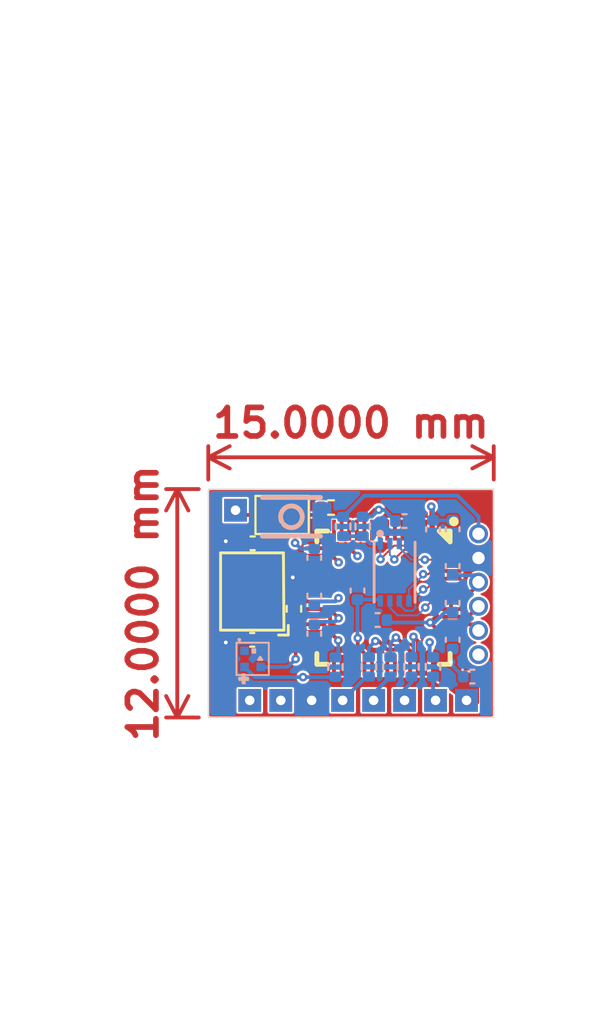
<source format=kicad_pcb>
(kicad_pcb (version 20221018) (generator pcbnew)
  (layers (0 "F.Cu" signal) (1 "In1.Cu" signal "GND.Cu") (2 "In2.Cu" signal "VCC.Cu") (31 "B.Cu" signal) (34 "B.Paste" user) (35 "F.Paste" user) (36 "B.SilkS" user "B.Silkscreen") (37 "F.SilkS" user "F.Silkscreen") (38 "B.Mask" user) (39 "F.Mask" user) (44 "Edge.Cuts" user))
  (net 0 "")
  (net 1 "GND")
  (net 2 "+3V3")
  (net 3 "BOOT")
  (net 4 "RST")
  (net 5 "+1V1")
  (net 6 "D-")
  (net 7 "D+")
  (net 8 "XIN")
  (net 9 "Net-(X1-OSC1)")
  (net 12 "XOUT")
  (net 13 "QSPI_CS")
  (net 22 "LED_DATA")
  (net 25 "QSPI_SD3")
  (net 26 "QSPI_SCK")
  (net 27 "QSPI_SD0")
  (net 28 "QSPI_SD2")
  (net 29 "QSPI_SD1")
  (net 30 "NS_RST")
  (net 31 "NS_CLK")
  (net 32 "NS_CMD")
  (net 33 "NS_D0")
  (net 34 "DBG_CLK")
  (net 35 "DBG_DAT")
  (net 36 "Net-(U1-GPIO26_ADC0)")
  (net 37 "Net-(U1-GPIO27_ADC1)")
  (net 38 "Net-(U1-GPIO28_ADC2)")
  (net 39 "Net-(U1-GPIO29_ADC3)")
  (net 40 "NS_CPU")
  (net 41 "NS_SDA")
  (net 42 "NS_SCL")
  (net 51 "Net-(JP1-B)")
  (footprint "kicad_lceda:TH_Pads_1x1_P1.20mml" (layer "F.Cu") (at 75.2575 60.71)
    (fp_text reference "J7" hide)
    (fp_text value "Conn_01x01")
    (pad "1" thru_hole rect (at 0 0) (size 1.2 1.2) (drill 0.5) (layers "*.Cu" "*.Mask") (net 42 "NS_SCL") (clearance 0.1))
  )
  (footprint "Capacitor_SMD:C_0402_1005Metric" (layer "F.Cu") (at 75.41 52.46)
    (fp_text reference "C3" hide)
    (fp_text value "27pF,50V,C0G ")
    (fp_line (start -0.107836 -0.36) (end 0.107836 -0.36) (stroke (width 0.12)) (layer "F.SilkS"))
    (fp_line (start -0.107836 0.36) (end 0.107836 0.36) (stroke (width 0.12)) (layer "F.SilkS"))
    (pad "1" smd roundrect (at -0.48 0) (size 0.56 0.62) (layers "F.Cu" "F.Paste" "F.Mask") (net 8 "XIN"))
    (pad "2" smd roundrect (at 0.48 0) (size 0.56 0.62) (layers "F.Cu" "F.Paste" "F.Mask") (net 1 "GND"))
  )
  (footprint "kicad_lceda:LQFN-56_L7.0-W7.0-P0.4-EP" (layer "F.Cu") (at 82.285 55.315 -90)
    (fp_text reference "U1" hide)
    (fp_text value "RP2040")
    (fp_line (start -3.5 -3.5) (end -2.931 -3.5) (stroke (width 0.254)) (layer "F.SilkS"))
    (fp_line (start -3.5 -2.931) (end -3.5 -3.5) (stroke (width 0.254)) (layer "F.SilkS"))
    (fp_line (start -3.5 -2.931) (end -2.931 -3.5) (stroke (width 0.254)) (layer "F.SilkS"))
    (fp_line (start -3.5 3.5) (end -3.5 2.931) (stroke (width 0.254)) (layer "F.SilkS"))
    (fp_line (start -3.4 3.5) (end -3.5 3.5) (stroke (width 0.254)) (layer "F.SilkS"))
    (fp_line (start -3.241 -3.5) (end -3.241 -3.403) (stroke (width 0.254)) (layer "F.SilkS"))
    (fp_line (start -3.241 -3.403) (end -3.5 -3.144) (stroke (width 0.254)) (layer "F.SilkS"))
    (fp_line (start -2.931 3.5) (end -3.4 3.5) (stroke (width 0.254)) (layer "F.SilkS"))
    (fp_line (start 2.931 -3.5) (end 3.5 -3.5) (stroke (width 0.254)) (layer "F.SilkS"))
    (fp_line (start 3.5 -3.5) (end 3.5 -2.931) (stroke (width 0.254)) (layer "F.SilkS"))
    (fp_line (start 3.5 2.931) (end 3.5 3.5) (stroke (width 0.254)) (layer "F.SilkS"))
    (fp_line (start 3.5 3.5) (end 2.931 3.5) (stroke (width 0.254)) (layer "F.SilkS"))
    (fp_circle (center -4 -3.7) (end -3.873 -3.7) (stroke (width 0.254)) (fill none) (layer "F.SilkS"))
    (pad "1" smd rect (at -3.55 -2.6 270) (size 1.1 0.2) (layers "F.Cu" "F.Paste" "F.Mask") (net 2 "+3V3"))
    (pad "2" smd rect (at -3.55 -2.2 270) (size 1.1 0.2) (layers "F.Cu" "F.Paste" "F.Mask"))
    (pad "3" smd rect (at -3.55 -1.8 270) (size 1.1 0.2) (layers "F.Cu" "F.Paste" "F.Mask"))
    (pad "4" smd rect (at -3.55 -1.4 270) (size 1.1 0.2) (layers "F.Cu" "F.Paste" "F.Mask"))
    (pad "5" smd rect (at -3.55 -1 270) (size 1.1 0.2) (layers "F.Cu" "F.Paste" "F.Mask"))
    (pad "6" smd rect (at -3.55 -0.6 270) (size 1.1 0.2) (layers "F.Cu" "F.Paste" "F.Mask"))
    (pad "7" smd rect (at -3.55 -0.2 270) (size 1.1 0.2) (layers "F.Cu" "F.Paste" "F.Mask"))
    (pad "8" smd rect (at -3.55 0.2 270) (size 1.1 0.2) (layers "F.Cu" "F.Paste" "F.Mask"))
    (pad "9" smd rect (at -3.55 0.6 270) (size 1.1 0.2) (layers "F.Cu" "F.Paste" "F.Mask"))
    (pad "10" smd rect (at -3.55 1 270) (size 1.1 0.2) (layers "F.Cu" "F.Paste" "F.Mask") (net 2 "+3V3"))
    (pad "11" smd rect (at -3.55 1.4 270) (size 1.1 0.2) (layers "F.Cu" "F.Paste" "F.Mask"))
    (pad "12" smd rect (at -3.55 1.8 270) (size 1.1 0.2) (layers "F.Cu" "F.Paste" "F.Mask"))
    (pad "13" smd rect (at -3.55 2.2 270) (size 1.1 0.2) (layers "F.Cu" "F.Paste" "F.Mask"))
    (pad "14" smd rect (at -3.55 2.6 270) (size 1.1 0.2) (layers "F.Cu" "F.Paste" "F.Mask"))
    (pad "15" smd rect (at -2.6 3.55) (size 1.1 0.2) (layers "F.Cu" "F.Paste" "F.Mask") (net 41 "NS_SDA"))
    (pad "16" smd rect (at -2.2 3.55) (size 1.1 0.2) (layers "F.Cu" "F.Paste" "F.Mask") (net 42 "NS_SCL"))
    (pad "17" smd rect (at -1.8 3.55) (size 1.1 0.2) (layers "F.Cu" "F.Paste" "F.Mask"))
    (pad "18" smd rect (at -1.4 3.55) (size 1.1 0.2) (layers "F.Cu" "F.Paste" "F.Mask") (net 40 "NS_CPU"))
    (pad "19" smd rect (at -1 3.55) (size 1.1 0.2) (layers "F.Cu" "F.Paste" "F.Mask") (net 1 "GND"))
    (pad "20" smd rect (at -0.6 3.55) (size 1.1 0.2) (layers "F.Cu" "F.Paste" "F.Mask") (net 8 "XIN"))
    (pad "21" smd rect (at -0.2 3.55) (size 1.1 0.2) (layers "F.Cu" "F.Paste" "F.Mask") (net 12 "XOUT"))
    (pad "22" smd rect (at 0.2 3.55) (size 1.1 0.2) (layers "F.Cu" "F.Paste" "F.Mask") (net 2 "+3V3"))
    (pad "23" smd rect (at 0.6 3.55) (size 1.1 0.2) (layers "F.Cu" "F.Paste" "F.Mask") (net 5 "+1V1"))
    (pad "24" smd rect (at 1 3.55) (size 1.1 0.2) (layers "F.Cu" "F.Paste" "F.Mask") (net 34 "DBG_CLK"))
    (pad "25" smd rect (at 1.4 3.55) (size 1.1 0.2) (layers "F.Cu" "F.Paste" "F.Mask") (net 35 "DBG_DAT"))
    (pad "26" smd rect (at 1.8 3.55) (size 1.1 0.2) (layers "F.Cu" "F.Paste" "F.Mask") (net 4 "RST"))
    (pad "27" smd rect (at 2.2 3.55) (size 1.1 0.2) (layers "F.Cu" "F.Paste" "F.Mask") (net 22 "LED_DATA"))
    (pad "28" smd rect (at 2.6 3.55) (size 1.1 0.2) (layers "F.Cu" "F.Paste" "F.Mask"))
    (pad "29" smd rect (at 3.55 2.6 90) (size 1.1 0.2) (layers "F.Cu" "F.Paste" "F.Mask"))
    (pad "30" smd rect (at 3.55 2.2 90) (size 1.1 0.2) (layers "F.Cu" "F.Paste" "F.Mask"))
    (pad "31" smd rect (at 3.55 1.8 90) (size 1.1 0.2) (layers "F.Cu" "F.Paste" "F.Mask"))
    (pad "32" smd rect (at 3.55 1.4 90) (size 1.1 0.2) (layers "F.Cu" "F.Paste" "F.Mask"))
    (pad "33" smd rect (at 3.55 1 90) (size 1.1 0.2) (layers "F.Cu" "F.Paste" "F.Mask") (net 2 "+3V3"))
    (pad "34" smd rect (at 3.55 0.6 90) (size 1.1 0.2) (layers "F.Cu" "F.Paste" "F.Mask"))
    (pad "35" smd rect (at 3.55 0.2 90) (size 1.1 0.2) (layers "F.Cu" "F.Paste" "F.Mask"))
    (pad "36" smd rect (at 3.55 -0.2 90) (size 1.1 0.2) (layers "F.Cu" "F.Paste" "F.Mask"))
    (pad "37" smd rect (at 3.55 -0.6 90) (size 1.1 0.2) (layers "F.Cu" "F.Paste" "F.Mask"))
    (pad "38" smd rect (at 3.55 -1 90) (size 1.1 0.2) (layers "F.Cu" "F.Paste" "F.Mask") (net 36 "Net-(U1-GPIO26_ADC0)"))
    (pad "39" smd rect (at 3.55 -1.4 90) (size 1.1 0.2) (layers "F.Cu" "F.Paste" "F.Mask") (net 37 "Net-(U1-GPIO27_ADC1)"))
    (pad "40" smd rect (at 3.55 -1.8 90) (size 1.1 0.2) (layers "F.Cu" "F.Paste" "F.Mask") (net 38 "Net-(U1-GPIO28_ADC2)"))
    (pad "41" smd rect (at 3.55 -2.2 90) (size 1.1 0.2) (layers "F.Cu" "F.Paste" "F.Mask") (net 39 "Net-(U1-GPIO29_ADC3)"))
    (pad "42" smd rect (at 3.55 -2.6 90) (size 1.1 0.2) (layers "F.Cu" "F.Paste" "F.Mask") (net 2 "+3V3"))
    (pad "43" smd rect (at 2.6 -3.55 180) (size 1.1 0.2) (layers "F.Cu" "F.Paste" "F.Mask") (net 2 "+3V3"))
    (pad "44" smd rect (at 2.2 -3.55 180) (size 1.1 0.2) (layers "F.Cu" "F.Paste" "F.Mask") (net 2 "+3V3"))
    (pad "45" smd rect (at 1.8 -3.55 180) (size 1.1 0.2) (layers "F.Cu" "F.Paste" "F.Mask") (net 5 "+1V1"))
    (pad "46" smd rect (at 1.4 -3.55 180) (size 1.1 0.2) (layers "F.Cu" "F.Paste" "F.Mask") (net 6 "D-"))
    (pad "47" smd rect (at 1 -3.55 180) (size 1.1 0.2) (layers "F.Cu" "F.Paste" "F.Mask") (net 7 "D+"))
    (pad "48" smd rect (at 0.6 -3.55 180) (size 1.1 0.2) (layers "F.Cu" "F.Paste" "F.Mask") (net 2 "+3V3"))
    (pad "49" smd rect (at 0.2 -3.55 180) (size 1.1 0.2) (layers "F.Cu" "F.Paste" "F.Mask") (net 2 "+3V3"))
    (pad "50" smd rect (at -0.2 -3.55 180) (size 1.1 0.2) (layers "F.Cu" "F.Paste" "F.Mask") (net 5 "+1V1"))
    (pad "51" smd rect (at -0.6 -3.55 180) (size 1.1 0.2) (layers "F.Cu" "F.Paste" "F.Mask") (net 25 "QSPI_SD3"))
    (pad "52" smd rect (at -1 -3.55 180) (size 1.1 0.2) (layers "F.Cu" "F.Paste" "F.Mask") (net 26 "QSPI_SCK"))
    (pad "53" smd rect (at -1.4 -3.55 180) (size 1.1 0.2) (layers "F.Cu" "F.Paste" "F.Mask") (net 27 "QSPI_SD0"))
    (pad "54" smd rect (at -1.8 -3.55 180) (size 1.1 0.2) (layers "F.Cu" "F.Paste" "F.Mask") (net 28 "QSPI_SD2"))
    (pad "55" smd rect (at -2.2 -3.55 180) (size 1.1 0.2) (layers "F.Cu" "F.Paste" "F.Mask") (net 29 "QSPI_SD1"))
    (pad "56" smd rect (at -2.6 -3.55 180) (size 1.1 0.2) (layers "F.Cu" "F.Paste" "F.Mask") (net 13 "QSPI_CS"))
    (pad "57" smd rect (at 0 0 270) (size 3.1 3.1) (layers "F.Cu" "F.Paste" "F.Mask") (net 1 "GND"))
  )
  (footprint "kicad_lceda:ProgPins_1x06_P1.27mm" (layer "F.Cu") (at 87.28 58.31 180)
    (fp_text reference "J8" hide)
    (fp_text value "Conn_01x06")
    (pad "1" thru_hole oval (at 0 0 180) (size 1 1) (drill 0.65) (layers "*.Cu" "*.Mask") (net 4 "RST"))
    (pad "2" thru_hole oval (at 0 1.27 180) (size 1 1) (drill 0.65) (layers "*.Cu" "*.Mask") (net 6 "D-"))
    (pad "3" thru_hole oval (at 0 2.54 180) (size 1 1) (drill 0.65) (layers "*.Cu" "*.Mask") (net 7 "D+"))
    (pad "4" thru_hole oval (at 0 3.81 180) (size 1 1) (drill 0.65) (layers "*.Cu" "*.Mask") (net 2 "+3V3"))
    (pad "5" thru_hole oval (at 0 5.08 180) (size 1 1) (drill 0.65) (layers "*.Cu" "*.Mask") (net 1 "GND"))
    (pad "6" thru_hole oval (at 0 6.35 180) (size 1 1) (drill 0.65) (layers "*.Cu" "*.Mask") (net 3 "BOOT"))
  )
  (footprint "kicad_lceda:TH_Pads_1x1_P1.20mml" (layer "F.Cu") (at 74.51 50.72 90)
    (fp_text reference "J1" hide)
    (fp_text value "Conn_01x01")
    (pad "1" thru_hole rect (at 0 0 90) (size 1.2 1.2) (drill 0.5) (layers "*.Cu" "*.Mask") (net 40 "NS_CPU") (clearance 0.1))
  )
  (footprint "kicad_lceda:TH_Pads_1x1_P1.20mml" (layer "F.Cu") (at 83.395 60.71 90)
    (fp_text reference "J4" hide)
    (fp_text value "Conn_01x01")
    (pad "1" thru_hole rect locked (at 0 0 90) (size 1.2 1.2) (drill 0.5) (layers "*.Cu" "*.Mask") (net 32 "NS_CMD") (clearance 0.1))
  )
  (footprint "Resistor_SMD:R_0402_1005Metric" (layer "F.Cu") (at 79.53 50.58)
    (fp_text reference "R12" hide)
    (fp_text value "10k")
    (fp_line (start -0.153641 -0.38) (end 0.153641 -0.38) (stroke (width 0.12)) (layer "F.SilkS"))
    (fp_line (start -0.153641 0.38) (end 0.153641 0.38) (stroke (width 0.12)) (layer "F.SilkS"))
    (pad "1" smd roundrect (at -0.51 0) (size 0.54 0.64) (layers "F.Cu" "F.Paste" "F.Mask") (net 51 "Net-(JP1-B)"))
    (pad "2" smd roundrect (at 0.51 0) (size 0.54 0.64) (layers "F.Cu" "F.Paste" "F.Mask") (net 1 "GND"))
  )
  (footprint "kicad_lceda:TH_Pads_1x1_P1.20mml" (layer "F.Cu") (at 80.14 60.71 90)
    (fp_text reference "J2" hide)
    (fp_text value "Conn_01x01")
    (pad "1" thru_hole rect (at 0 0 90) (size 1.2 1.2) (drill 0.5) (layers "*.Cu" "*.Mask") (net 30 "NS_RST") (clearance 0.1))
  )
  (footprint "kicad_lceda:TH_Pads_1x1_P1.20mml" (layer "F.Cu") (at 76.89 60.71 -90)
    (fp_text reference "J6" hide)
    (fp_text value "Conn_01x01")
    (pad "1" thru_hole rect (at 0 0 270) (size 1.2 1.2) (drill 0.5) (layers "*.Cu" "*.Mask") (net 41 "NS_SDA") (clearance 0.1))
  )
  (footprint "kicad_lceda:TH_Pads_1x1_P1.20mml" (layer "F.Cu") (at 85.0225 60.71)
    (fp_text reference "J5" hide)
    (fp_text value "Conn_01x01")
    (pad "1" thru_hole rect (at 0 0) (size 1.2 1.2) (drill 0.5) (layers "*.Cu" "*.Mask") (net 33 "NS_D0") (clearance 0.1))
  )
  (footprint "kicad_lceda:TH_Pads_1x1_P1.20mml" (layer "F.Cu") (at 78.5125 60.71)
    (fp_text reference "J9" hide)
    (fp_text value "Conn_01x01")
    (pad "1" thru_hole rect (at 0 0) (size 1.2 1.2) (drill 0.5) (layers "*.Cu" "*.Mask") (net 1 "GND") (clearance 0.1))
  )
  (footprint "kicad_lceda:TH_Pads_1x1_P1.20mml" (layer "F.Cu") (at 81.7675 60.71 90)
    (fp_text reference "J3" hide)
    (fp_text value "Conn_01x01")
    (pad "1" thru_hole rect locked (at 0 0 90) (size 1.2 1.2) (drill 0.5) (layers "*.Cu" "*.Mask") (net 31 "NS_CLK") (clearance 0.1))
  )
  (footprint "kicad_lceda:TH_Pads_1x1_P1.20mml" (layer "F.Cu") (at 86.65 60.71)
    (fp_text reference "J10" hide)
    (fp_text value "Conn_01x01")
    (pad "1" thru_hole rect (at 0 0) (size 1.2 1.2) (drill 0.5) (layers "*.Cu" "*.Mask") (net 2 "+3V3") (clearance 0.1))
  )
  (footprint "Resistor_SMD:R_0402_1005Metric" (layer "F.Cu") (at 77.58 55.9 90)
    (fp_text reference "R1" hide)
    (fp_text value "1k")
    (fp_line (start -0.153641 -0.38) (end 0.153641 -0.38) (stroke (width 0.12)) (layer "F.SilkS"))
    (fp_line (start -0.153641 0.38) (end 0.153641 0.38) (stroke (width 0.12)) (layer "F.SilkS"))
    (pad "1" smd roundrect (at -0.51 0 90) (size 0.54 0.64) (layers "F.Cu" "F.Paste" "F.Mask") (net 9 "Net-(X1-OSC1)"))
    (pad "2" smd roundrect (at 0.51 0 90) (size 0.54 0.64) (layers "F.Cu" "F.Paste" "F.Mask") (net 12 "XOUT"))
  )
  (footprint "kicad_lceda:OSC-SMD_4P-L3.2-W2.5-BL" (layer "F.Cu") (at 75.377 54.993 90)
    (fp_text reference "X1" hide)
    (fp_text value "SMD-3225_4P_12.000MHZ_9PF")
    (fp_line (start -2.286 1.397) (end -2.286 1.905) (stroke (width 0.152)) (layer "F.SilkS"))
    (fp_line (start -2.286 1.905) (end -1.778 1.905) (stroke (width 0.152)) (layer "F.SilkS"))
    (fp_line (start -2.029 -1.651) (end 2.032 -1.651) (stroke (width 0.152)) (layer "F.SilkS"))
    (fp_line (start -2.029 1.679) (end -2.029 -1.651) (stroke (width 0.152)) (layer "F.SilkS"))
    (fp_line (start 2.032 -1.651) (end 2.032 0) (stroke (width 0.152)) (layer "F.SilkS"))
    (fp_line (start 2.032 0) (end 2.032 1.651) (stroke (width 0.152)) (layer "F.SilkS"))
    (fp_line (start 2.032 1.651) (end -2.029 1.679) (stroke (width 0.152)) (layer "F.SilkS"))
    (fp_line (start 2.032 1.651) (end 2.032 1.651) (stroke (width 0.152)) (layer "F.SilkS"))
    (pad "1" smd rect (at -1.1 0.875 90) (size 1.4 1.2) (layers "F.Cu" "F.Paste" "F.Mask") (net 9 "Net-(X1-OSC1)"))
    (pad "2" smd rect (at 1.1 0.875 90) (size 1.4 1.2) (layers "F.Cu" "F.Paste" "F.Mask") (net 1 "GND"))
    (pad "3" smd rect (at 1.1 -0.875 90) (size 1.4 1.2) (layers "F.Cu" "F.Paste" "F.Mask") (net 8 "XIN"))
    (pad "4" smd rect (at -1.1 -0.875 90) (size 1.4 1.2) (layers "F.Cu" "F.Paste" "F.Mask") (net 1 "GND"))
  )
  (footprint "kicad_lceda:SolderJumper-2_P1.3mm_Open_TrianglePad1.0x1.5mm_Sm" (layer "F.Cu") (at 76.96 50.97)
    (fp_text reference "JP1" hide)
    (fp_text value "Jumper_2_Open")
    (fp_line (start -1.4 -1) (end 1.4 -1) (stroke (width 0.12)) (layer "F.SilkS"))
    (fp_line (start -1.4 1) (end -1.4 -1) (stroke (width 0.12)) (layer "F.SilkS"))
    (fp_line (start 1.4 -1) (end 1.4 1) (stroke (width 0.12)) (layer "F.SilkS"))
    (fp_line (start 1.4 1) (end -1.4 1) (stroke (width 0.12)) (layer "F.SilkS"))
    (pad "1" smd custom (at -0.725 0) (size 0.3 0.3) (layers "F.Cu" "F.Mask") (net 40 "NS_CPU") (options (clearance outline) (anchor rect)) (primitives (gr_poly (pts (xy 1 0) (xy 0.5 0.75) (xy -0.5 0.75) (xy -0.5 -0.75) (xy 0.5 -0.75)) (width 0) (fill yes))))
    (pad "2" smd custom (at 0.725 0) (size 0.3 0.3) (layers "F.Cu" "F.Mask") (net 51 "Net-(JP1-B)") (options (clearance outline) (anchor rect)) (primitives (gr_poly (pts (xy 0.5 0.75) (xy -0.65 0.75) (xy -0.15 0) (xy -0.65 -0.75) (xy 0.5 -0.75)) (width 0) (fill yes))))
  )
  (footprint "Capacitor_SMD:C_0402_1005Metric" (layer "F.Cu") (at 75.39 57.53)
    (fp_text reference "C1" hide)
    (fp_text value "27pF,50V,C0G ")
    (fp_line (start -0.107836 -0.36) (end 0.107836 -0.36) (stroke (width 0.12)) (layer "F.SilkS"))
    (fp_line (start -0.107836 0.36) (end 0.107836 0.36) (stroke (width 0.12)) (layer "F.SilkS"))
    (pad "1" smd roundrect (at -0.48 0) (size 0.56 0.62) (layers "F.Cu" "F.Paste" "F.Mask") (net 1 "GND"))
    (pad "2" smd roundrect (at 0.48 0) (size 0.56 0.62) (layers "F.Cu" "F.Paste" "F.Mask") (net 9 "Net-(X1-OSC1)"))
  )
  (footprint "Resistor_SMD:R_0402_1005Metric" (layer "B.Cu") (at 82.65 58.95 -90)
    (fp_text reference "R9" hide)
    (fp_text value "47")
    (fp_line (start -0.153641 -0.38) (end 0.153641 -0.38) (stroke (width 0.12)) (layer "B.SilkS"))
    (fp_line (start -0.153641 0.38) (end 0.153641 0.38) (stroke (width 0.12)) (layer "B.SilkS"))
    (pad "1" smd roundrect (at -0.51 0 270) (size 0.54 0.64) (layers "B.Cu" "B.Paste" "B.Mask") (net 37 "Net-(U1-GPIO27_ADC1)"))
    (pad "2" smd roundrect (at 0.51 0 270) (size 0.54 0.64) (layers "B.Cu" "B.Paste" "B.Mask") (net 31 "NS_CLK"))
  )
  (footprint "kicad_lceda:USON-8_L3.0-W2.0-P0.50-BL-EP" (layer "B.Cu") (at 82.87 53.978)
    (fp_text reference "U2" hide)
    (fp_text value "W25Q16JVUXIQ")
    (fp_line (start -1.076 1.576) (end -1.076 -1.576) (stroke (width 0.152)) (layer "B.SilkS"))
    (fp_line (start 1.076 -1.576) (end 1.076 1.576) (stroke (width 0.152)) (layer "B.SilkS"))
    (fp_circle (center -0.762 -2.032) (end -0.662 -2.032) (stroke (width 0.2)) (fill none) (layer "B.SilkS"))
    (pad "1" smd rect (at -0.75 -1.507 90) (size 0.6 0.28) (layers "B.Cu" "B.Paste" "B.Mask") (net 13 "QSPI_CS"))
    (pad "2" smd rect (at -0.25 -1.507 90) (size 0.6 0.28) (layers "B.Cu" "B.Paste" "B.Mask") (net 29 "QSPI_SD1"))
    (pad "3" smd rect (at 0.25 -1.507 90) (size 0.6 0.28) (layers "B.Cu" "B.Paste" "B.Mask") (net 28 "QSPI_SD2"))
    (pad "4" smd rect (at 0.75 -1.507 90) (size 0.6 0.28) (layers "B.Cu" "B.Paste" "B.Mask") (net 1 "GND"))
    (pad "5" smd rect (at 0.75 1.507 90) (size 0.6 0.28) (layers "B.Cu" "B.Paste" "B.Mask") (net 27 "QSPI_SD0"))
    (pad "6" smd rect (at 0.25 1.507 90) (size 0.6 0.28) (layers "B.Cu" "B.Paste" "B.Mask") (net 26 "QSPI_SCK"))
    (pad "7" smd rect (at -0.25 1.507 90) (size 0.6 0.28) (layers "B.Cu" "B.Paste" "B.Mask") (net 25 "QSPI_SD3"))
    (pad "8" smd rect (at -0.75 1.507 90) (size 0.6 0.28) (layers "B.Cu" "B.Paste" "B.Mask") (net 2 "+3V3"))
    (pad "9" smd rect (at 0 0 270) (size 0.3 1.7) (layers "B.Cu" "B.Paste" "B.Mask") (net 1 "GND"))
  )
  (footprint "Capacitor_SMD:C_0402_1005Metric" (layer "B.Cu") (at 83.39 51.29)
    (fp_text reference "C12" hide)
    (fp_text value "100nF,16V,X7R ")
    (fp_line (start -0.107836 -0.36) (end 0.107836 -0.36) (stroke (width 0.12)) (layer "B.SilkS"))
    (fp_line (start -0.107836 0.36) (end 0.107836 0.36) (stroke (width 0.12)) (layer "B.SilkS"))
    (pad "1" smd roundrect (at -0.48 0) (size 0.56 0.62) (layers "B.Cu" "B.Paste" "B.Mask") (net 2 "+3V3"))
    (pad "2" smd roundrect (at 0.48 0) (size 0.56 0.62) (layers "B.Cu" "B.Paste" "B.Mask") (net 1 "GND"))
  )
  (footprint "Capacitor_SMD:C_0402_1005Metric" (layer "B.Cu") (at 85.92 55.59 90)
    (fp_text reference "C5" hide)
    (fp_text value "1uF,25V,X5R ")
    (fp_line (start -0.107836 -0.36) (end 0.107836 -0.36) (stroke (width 0.12)) (layer "B.SilkS"))
    (fp_line (start -0.107836 0.36) (end 0.107836 0.36) (stroke (width 0.12)) (layer "B.SilkS"))
    (pad "1" smd roundrect (at -0.48 0 90) (size 0.56 0.62) (layers "B.Cu" "B.Paste" "B.Mask") (net 5 "+1V1"))
    (pad "2" smd roundrect (at 0.48 0 90) (size 0.56 0.62) (layers "B.Cu" "B.Paste" "B.Mask") (net 1 "GND"))
  )
  (footprint "Resistor_SMD:R_0402_1005Metric" (layer "B.Cu") (at 79.76 58.96 90)
    (fp_text reference "R2" hide)
    (fp_text value "10k")
    (fp_line (start -0.153641 -0.38) (end 0.153641 -0.38) (stroke (width 0.12)) (layer "B.SilkS"))
    (fp_line (start -0.153641 0.38) (end 0.153641 0.38) (stroke (width 0.12)) (layer "B.SilkS"))
    (pad "1" smd roundrect (at -0.51 0 90) (size 0.54 0.64) (layers "B.Cu" "B.Paste" "B.Mask") (net 2 "+3V3"))
    (pad "2" smd roundrect (at 0.51 0 90) (size 0.54 0.64) (layers "B.Cu" "B.Paste" "B.Mask") (net 4 "RST"))
  )
  (footprint "Capacitor_SMD:C_0402_1005Metric" (layer "B.Cu") (at 78.65 55.215 90)
    (fp_text reference "C7" hide)
    (fp_text value "100nF,16V,X7R ")
    (fp_line (start -0.107836 -0.36) (end 0.107836 -0.36) (stroke (width 0.12)) (layer "B.SilkS"))
    (fp_line (start -0.107836 0.36) (end 0.107836 0.36) (stroke (width 0.12)) (layer "B.SilkS"))
    (pad "1" smd roundrect (at -0.48 0 90) (size 0.56 0.62) (layers "B.Cu" "B.Paste" "B.Mask") (net 2 "+3V3"))
    (pad "2" smd roundrect (at 0.48 0 90) (size 0.56 0.62) (layers "B.Cu" "B.Paste" "B.Mask") (net 1 "GND"))
  )
  (footprint "Capacitor_SMD:C_0402_1005Metric" (layer "B.Cu") (at 80.92 54.94 90)
    (fp_text reference "C14" hide)
    (fp_text value "100nF,16V,X7R ")
    (fp_line (start -0.107836 -0.36) (end 0.107836 -0.36) (stroke (width 0.12)) (layer "B.SilkS"))
    (fp_line (start -0.107836 0.36) (end 0.107836 0.36) (stroke (width 0.12)) (layer "B.SilkS"))
    (pad "1" smd roundrect (at -0.48 0 90) (size 0.56 0.62) (layers "B.Cu" "B.Paste" "B.Mask") (net 2 "+3V3"))
    (pad "2" smd roundrect (at 0.48 0 90) (size 0.56 0.62) (layers "B.Cu" "B.Paste" "B.Mask") (net 1 "GND"))
  )
  (footprint "Capacitor_SMD:C_0402_1005Metric" (layer "B.Cu") (at 81.98 56.49 180)
    (fp_text reference "C2" hide)
    (fp_text value "100nF,16V,X7R ")
    (fp_line (start -0.107836 -0.36) (end 0.107836 -0.36) (stroke (width 0.12)) (layer "B.SilkS"))
    (fp_line (start -0.107836 0.36) (end 0.107836 0.36) (stroke (width 0.12)) (layer "B.SilkS"))
    (pad "1" smd roundrect (at -0.48 0 180) (size 0.56 0.62) (layers "B.Cu" "B.Paste" "B.Mask") (net 5 "+1V1"))
    (pad "2" smd roundrect (at 0.48 0 180) (size 0.56 0.62) (layers "B.Cu" "B.Paste" "B.Mask") (net 1 "GND"))
  )
  (footprint "Resistor_SMD:R_0402_1005Metric" (layer "B.Cu") (at 81.52 58.95 -90)
    (fp_text reference "R8" hide)
    (fp_text value "47")
    (fp_line (start -0.153641 -0.38) (end 0.153641 -0.38) (stroke (width 0.12)) (layer "B.SilkS"))
    (fp_line (start -0.153641 0.38) (end 0.153641 0.38) (stroke (width 0.12)) (layer "B.SilkS"))
    (pad "1" smd roundrect (at -0.51 0 270) (size 0.54 0.64) (layers "B.Cu" "B.Paste" "B.Mask") (net 36 "Net-(U1-GPIO26_ADC0)"))
    (pad "2" smd roundrect (at 0.51 0 270) (size 0.54 0.64) (layers "B.Cu" "B.Paste" "B.Mask") (net 30 "NS_RST"))
  )
  (footprint "Capacitor_SMD:C_0402_1005Metric" (layer "B.Cu") (at 78.65 57.21 -90)
    (fp_text reference "C4" hide)
    (fp_text value "100nF,16V,X7R ")
    (fp_line (start -0.107836 -0.36) (end 0.107836 -0.36) (stroke (width 0.12)) (layer "B.SilkS"))
    (fp_line (start -0.107836 0.36) (end 0.107836 0.36) (stroke (width 0.12)) (layer "B.SilkS"))
    (pad "1" smd roundrect (at -0.48 0 270) (size 0.56 0.62) (layers "B.Cu" "B.Paste" "B.Mask") (net 5 "+1V1"))
    (pad "2" smd roundrect (at 0.48 0 270) (size 0.56 0.62) (layers "B.Cu" "B.Paste" "B.Mask") (net 1 "GND"))
  )
  (footprint "Resistor_SMD:R_0402_1005Metric" (layer "B.Cu") (at 84.89 58.95 -90)
    (fp_text reference "R11" hide)
    (fp_text value "47")
    (fp_line (start -0.153641 -0.38) (end 0.153641 -0.38) (stroke (width 0.12)) (layer "B.SilkS"))
    (fp_line (start -0.153641 0.38) (end 0.153641 0.38) (stroke (width 0.12)) (layer "B.SilkS"))
    (pad "1" smd roundrect (at -0.51 0 270) (size 0.54 0.64) (layers "B.Cu" "B.Paste" "B.Mask") (net 39 "Net-(U1-GPIO29_ADC3)"))
    (pad "2" smd roundrect (at 0.51 0 270) (size 0.54 0.64) (layers "B.Cu" "B.Paste" "B.Mask") (net 33 "NS_D0"))
  )
  (footprint "Capacitor_SMD:C_0402_1005Metric" (layer "B.Cu") (at 85.92 51.72 -90)
    (fp_text reference "C11" hide)
    (fp_text value "100nF,16V,X7R ")
    (fp_line (start -0.107836 -0.36) (end 0.107836 -0.36) (stroke (width 0.12)) (layer "B.SilkS"))
    (fp_line (start -0.107836 0.36) (end 0.107836 0.36) (stroke (width 0.12)) (layer "B.SilkS"))
    (pad "1" smd roundrect (at -0.48 0 270) (size 0.56 0.62) (layers "B.Cu" "B.Paste" "B.Mask") (net 2 "+3V3"))
    (pad "2" smd roundrect (at 0.48 0 270) (size 0.56 0.62) (layers "B.Cu" "B.Paste" "B.Mask") (net 1 "GND"))
  )
  (footprint "Capacitor_SMD:C_0402_1005Metric" (layer "B.Cu") (at 85.92 57.525 90)
    (fp_text reference "C8" hide)
    (fp_text value "100nF,16V,X7R ")
    (fp_line (start -0.107836 -0.36) (end 0.107836 -0.36) (stroke (width 0.12)) (layer "B.SilkS"))
    (fp_line (start -0.107836 0.36) (end 0.107836 0.36) (stroke (width 0.12)) (layer "B.SilkS"))
    (pad "1" smd roundrect (at -0.48 0 90) (size 0.56 0.62) (layers "B.Cu" "B.Paste" "B.Mask") (net 2 "+3V3"))
    (pad "2" smd roundrect (at 0.48 0 90) (size 0.56 0.62) (layers "B.Cu" "B.Paste" "B.Mask") (net 1 "GND"))
  )
  (footprint "kicad_lceda:KEY-SMD_L3.0-W2.0-LS3.5" (layer "B.Cu") (at 77.45 51.065 180)
    (fp_text reference "SW1" hide)
    (fp_text value "EVPAWED40")
    (fp_line (start -1.524 -1.016) (end 1.524 -1.016) (stroke (width 0.254)) (layer "B.SilkS"))
    (fp_line (start -1.524 1.016) (end 1.524 1.016) (stroke (width 0.254)) (layer "B.SilkS"))
    (fp_arc (start 0.508492 -0.254252) (mid -0.461201 0.332418) (end 0.402 -0.402) (stroke (width 0.254)) (layer "B.SilkS"))
    (pad "1" smd rect (at -1.6 0 180) (size 1 1.524) (layers "B.Cu" "B.Paste" "B.Mask") (net 3 "BOOT"))
    (pad "2" smd rect (at 1.6 0 180) (size 1 1.524) (layers "B.Cu" "B.Paste" "B.Mask") (net 1 "GND"))
  )
  (footprint "Capacitor_SMD:C_0402_1005Metric" (layer "B.Cu") (at 84.89 51.73 -90)
    (fp_text reference "C9" hide)
    (fp_text value "100nF,16V,X7R ")
    (fp_line (start -0.107836 -0.36) (end 0.107836 -0.36) (stroke (width 0.12)) (layer "B.SilkS"))
    (fp_line (start -0.107836 0.36) (end 0.107836 0.36) (stroke (width 0.12)) (layer "B.SilkS"))
    (pad "1" smd roundrect (at -0.48 0 270) (size 0.56 0.62) (layers "B.Cu" "B.Paste" "B.Mask") (net 2 "+3V3"))
    (pad "2" smd roundrect (at 0.48 0 270) (size 0.56 0.62) (layers "B.Cu" "B.Paste" "B.Mask") (net 1 "GND"))
  )
  (footprint "Capacitor_SMD:C_0402_1005Metric" (layer "B.Cu") (at 78.65 53.22 -90)
    (fp_text reference "C13" hide)
    (fp_text value "100nF,16V,X7R ")
    (fp_line (start -0.107836 -0.36) (end 0.107836 -0.36) (stroke (width 0.12)) (layer "B.SilkS"))
    (fp_line (start -0.107836 0.36) (end 0.107836 0.36) (stroke (width 0.12)) (layer "B.SilkS"))
    (pad "1" smd roundrect (at -0.48 0 270) (size 0.56 0.62) (layers "B.Cu" "B.Paste" "B.Mask") (net 2 "+3V3"))
    (pad "2" smd roundrect (at 0.48 0 270) (size 0.56 0.62) (layers "B.Cu" "B.Paste" "B.Mask") (net 1 "GND"))
  )
  (footprint "Resistor_SMD:R_0402_1005Metric" (layer "B.Cu") (at 80.17 51.575 -90)
    (fp_text reference "R5" hide)
    (fp_text value "1k")
    (fp_line (start -0.153641 -0.38) (end 0.153641 -0.38) (stroke (width 0.12)) (layer "B.SilkS"))
    (fp_line (start -0.153641 0.38) (end 0.153641 0.38) (stroke (width 0.12)) (layer "B.SilkS"))
    (pad "1" smd roundrect (at -0.51 0 270) (size 0.54 0.64) (layers "B.Cu" "B.Paste" "B.Mask") (net 3 "BOOT"))
    (pad "2" smd roundrect (at 0.51 0 270) (size 0.54 0.64) (layers "B.Cu" "B.Paste" "B.Mask") (net 13 "QSPI_CS"))
  )
  (footprint "Capacitor_SMD:C_0402_1005Metric" (layer "B.Cu") (at 85.92 53.655 90)
    (fp_text reference "C10" hide)
    (fp_text value "100nF,16V,X7R ")
    (fp_line (start -0.107836 -0.36) (end 0.107836 -0.36) (stroke (width 0.12)) (layer "B.SilkS"))
    (fp_line (start -0.107836 0.36) (end 0.107836 0.36) (stroke (width 0.12)) (layer "B.SilkS"))
    (pad "1" smd roundrect (at -0.48 0 90) (size 0.56 0.62) (layers "B.Cu" "B.Paste" "B.Mask") (net 2 "+3V3"))
    (pad "2" smd roundrect (at 0.48 0 90) (size 0.56 0.62) (layers "B.Cu" "B.Paste" "B.Mask") (net 1 "GND"))
  )
  (footprint "Capacitor_SMD:C_0402_1005Metric" (layer "B.Cu") (at 86.96 59.46 180)
    (fp_text reference "C6" hide)
    (fp_text value "1uF,25V,X5R ")
    (fp_line (start -0.107836 -0.36) (end 0.107836 -0.36) (stroke (width 0.12)) (layer "B.SilkS"))
    (fp_line (start -0.107836 0.36) (end 0.107836 0.36) (stroke (width 0.12)) (layer "B.SilkS"))
    (pad "1" smd roundrect (at -0.48 0 180) (size 0.56 0.62) (layers "B.Cu" "B.Paste" "B.Mask") (net 1 "GND"))
    (pad "2" smd roundrect (at 0.48 0 180) (size 0.56 0.62) (layers "B.Cu" "B.Paste" "B.Mask") (net 2 "+3V3"))
  )
  (footprint "Resistor_SMD:R_0402_1005Metric" (layer "B.Cu") (at 83.76 58.95 -90)
    (fp_text reference "R10" hide)
    (fp_text value "47")
    (fp_line (start -0.153641 -0.38) (end 0.153641 -0.38) (stroke (width 0.12)) (layer "B.SilkS"))
    (fp_line (start -0.153641 0.38) (end 0.153641 0.38) (stroke (width 0.12)) (layer "B.SilkS"))
    (pad "1" smd roundrect (at -0.51 0 270) (size 0.54 0.64) (layers "B.Cu" "B.Paste" "B.Mask") (net 38 "Net-(U1-GPIO28_ADC2)"))
    (pad "2" smd roundrect (at 0.51 0 270) (size 0.54 0.64) (layers "B.Cu" "B.Paste" "B.Mask") (net 32 "NS_CMD"))
  )
  (footprint "kicad_lceda:LED-SMD_4P-L1.0-W1.0-TL_XL-1010RGBC-WS2812B" (layer "B.Cu") (at 75.41 58.53 -90)
    (fp_text reference "U5" hide)
    (fp_text value "XL-1010RGBC-WS2812B")
    (fp_line (start -0.85 -0.85) (end 0.85 -0.85) (stroke (width 0.1)) (layer "B.SilkS"))
    (fp_line (start -0.85 0.85) (end -0.85 -0.85) (stroke (width 0.1)) (layer "B.SilkS"))
    (fp_line (start 0.85 -0.85) (end 0.85 0.85) (stroke (width 0.1)) (layer "B.SilkS"))
    (fp_line (start 0.85 0.85) (end -0.85 0.85) (stroke (width 0.1)) (layer "B.SilkS"))
    (fp_circle (center -1 0.7) (end -0.95 0.7) (stroke (width 0.1)) (fill none) (layer "B.SilkS"))
    (fp_poly (pts (xy 0.05 -0.5) (xy -0.1 -0.4) (xy 0.05 -0.3)) (stroke (width 0.12)) (fill solid) (layer "B.SilkS"))
    (fp_poly (pts (xy 0.825 0.525) (xy 0.825 0.425) (xy 1.275 0.425) (xy 1.275 0.525)) (stroke (width 0.12)) (fill solid) (layer "B.SilkS"))
    (fp_poly (pts (xy 1 0.25) (xy 1.1 0.25) (xy 1.1 0.7) (xy 1 0.7)) (stroke (width 0.12)) (fill solid) (layer "B.SilkS"))
    (fp_poly (pts (xy -0.5 0) (xy -0.5 -0.13) (xy -0.34 -0.13) (xy -0.33 -0.13) (xy -0.33 0)) (stroke (width 0.12)) (fill solid) (layer "B.SilkS"))
    (pad "1" smd rect (at -0.425 0.425 270) (size 0.45 0.45) (layers "B.Cu" "B.Paste" "B.Mask"))
    (pad "2" smd rect (at 0.425 0.425 270) (size 0.45 0.45) (layers "B.Cu" "B.Paste" "B.Mask") (net 2 "+3V3"))
    (pad "3" smd rect (at -0.425 -0.425 270) (size 0.45 0.45) (layers "B.Cu" "B.Paste" "B.Mask") (net 1 "GND"))
    (pad "4" smd rect (at 0.425 -0.425 270) (size 0.45 0.45) (layers "B.Cu" "B.Paste" "B.Mask") (net 22 "LED_DATA"))
  )
  (footprint "Resistor_SMD:R_0402_1005Metric" (layer "B.Cu") (at 81.195 51.575 -90)
    (fp_text reference "R6" hide)
    (fp_text value "10k")
    (fp_line (start -0.153641 -0.38) (end 0.153641 -0.38) (stroke (width 0.12)) (layer "B.SilkS"))
    (fp_line (start -0.153641 0.38) (end 0.153641 0.38) (stroke (width 0.12)) (layer "B.SilkS"))
    (pad "1" smd roundrect (at -0.51 0 270) (size 0.54 0.64) (layers "B.Cu" "B.Paste" "B.Mask") (net 2 "+3V3"))
    (pad "2" smd roundrect (at 0.51 0 270) (size 0.54 0.64) (layers "B.Cu" "B.Paste" "B.Mask") (net 13 "QSPI_CS"))
  )
  (gr_rect locked (start 73.08 49.61) (end 88.08 61.61) (stroke (width 0.05)) (fill none) (layer "Edge.Cuts"))
  (dimension (type orthogonal) (layer "F.Cu") (pts (xy 73.08 49.61) (xy 88.08 49.61)) (height -1.67) (orientation 0) (gr_text "15.0000 mm" (at 80.58 46.14) (layer "F.Cu") (effects (font (size 1.5 1.5) (thickness 0.3)))) (format (prefix "") (suffix "") (units 3) (units_format 1) (precision 4)) (style (thickness 0.2) (arrow_length 1.27) (text_position_mode 0) (extension_height 0.58642) (extension_offset 0.5) keep_text_aligned))
  (dimension (type orthogonal) (layer "F.Cu") (pts (xy 73.08 49.61) (xy 73.08 61.61)) (height -1.63) (orientation 1) (gr_text "12.0000 mm" (at 69.65 55.61 90) (layer "F.Cu") (effects (font (size 1.5 1.5) (thickness 0.3)))) (format (prefix "") (suffix "") (units 3) (units_format 1) (precision 4)) (style (thickness 0.2) (arrow_length 1.27) (text_position_mode 0) (extension_height 0.58642) (extension_offset 0.5) keep_text_aligned))
  (segment (start 74.91 57.53) (end 74.502 57.122) (width 0.1) (layer "F.Cu") (net 1))
  (segment (start 75.89 52.46) (end 76.252 52.822) (width 0.1) (layer "F.Cu") (net 1))
  (segment (start 74.502 57.122) (end 74.502 56.093) (width 0.1) (layer "F.Cu") (net 1))
  (segment (start 76.252 52.822) (end 76.252 53.893) (width 0.1) (layer "F.Cu") (net 1))
  (via (at 74 57.67) (size 0.45) (drill 0.2) (layers "F.Cu" "B.Cu") (net 1))
  (via (at 74 52.35) (size 0.45) (drill 0.2) (layers "F.Cu" "B.Cu") (net 1))
  (via (at 77.52 54.25) (size 0.45) (drill 0.2) (layers "F.Cu" "B.Cu") (net 1))
  (segment (start 78.735 55.515) (end 79.745 55.515) (width 0.2) (layer "F.Cu") (net 2))
  (segment (start 81.285 51.235) (end 81.285 51.765) (width 0.2) (layer "F.Cu") (net 2))
  (segment (start 82.035 50.7) (end 81.82 50.7) (width 0.2) (layer "F.Cu") (net 2))
  (segment (start 87.28 54.61) (end 87.28 54.5) (width 0.2) (layer "F.Cu") (net 2))
  (segment (start 81.285 58.2372) (end 81.285 58.865) (width 0.2) (layer "F.Cu") (net 2))
  (segment (start 79.745 55.515) (end 79.92 55.34) (width 0.2) (layer "F.Cu") (net 2))
  (segment (start 80.935 57.8872) (end 81.285 58.2372) (width 0.2) (layer "F.Cu") (net 2))
  (segment (start 86.375 55.515) (end 87.28 54.61) (width 0.2) (layer "F.Cu") (net 2))
  (segment (start 85.835 55.515) (end 85.835 55.915) (width 0.2) (layer "F.Cu") (net 2))
  (segment (start 84.8 50.53) (end 84.8 51.68) (width 0.2) (layer "F.Cu") (net 2))
  (segment (start 81.82 50.7) (end 81.285 51.235) (width 0.2) (layer "F.Cu") (net 2))
  (segment (start 85.835 55.515) (end 86.375 55.515) (width 0.2) (layer "F.Cu") (net 2))
  (segment (start 85.835 58.7) (end 85.835 57.915) (width 0.1) (layer "F.Cu") (net 2))
  (segment (start 80.935 57.44) (end 80.935 57.8872) (width 0.2) (layer "F.Cu") (net 2))
  (segment (start 84.8 51.68) (end 84.885 51.765) (width 0.2) (layer "F.Cu") (net 2))
  (via (at 78.06 59.49) (size 0.45) (drill 0.2) (layers "F.Cu" "B.Cu") (net 2))
  (via (at 84.8 50.53) (size 0.45) (drill 0.2) (layers "F.Cu" "B.Cu") (net 2))
  (via (at 85.835 58.7) (size 0.45) (drill 0.2) (layers "F.Cu" "B.Cu") (net 2))
  (via (at 82.035 50.7) (size 0.45) (drill 0.2) (layers "F.Cu" "B.Cu") (net 2))
  (via (at 79.92 55.34) (size 0.45) (drill 0.2) (layers "F.Cu" "B.Cu") (net 2))
  (via (at 80.935 57.44) (size 0.45) (drill 0.2) (layers "F.Cu" "B.Cu") (net 2))
  (via (at 77.64 52.44) (size 0.45) (drill 0.2) (layers "F.Cu" "B.Cu") (net 2))
  (segment (start 80.935 57.44) (end 80.92 57.425) (width 0.2) (layer "B.Cu") (net 2))
  (segment (start 85.835 58.815) (end 86.48 59.46) (width 0.2) (layer "B.Cu") (net 2))
  (segment (start 81.2 51.06) (end 81.675 51.06) (width 0.2) (layer "B.Cu") (net 2))
  (segment (start 82.32 50.7) (end 82.91 51.29) (width 0.2) (layer "B.Cu") (net 2))
  (segment (start 79.75 55.51) (end 79.92 55.34) (width 0.2) (layer "B.Cu") (net 2))
  (segment (start 82.055 55.42) (end 82.12 55.485) (width 0.2) (layer "B.Cu") (net 2))
  (segment (start 85.835 58.09) (end 85.92 58.005) (width 0.2) (layer "B.Cu") (net 2))
  (segment (start 74.985 58.955) (end 75.52 59.49) (width 0.2) (layer "B.Cu") (net 2))
  (segment (start 85.835 58.7) (end 85.835 58.09) (width 0.2) (layer "B.Cu") (net 2))
  (segment (start 79.74 59.49) (end 79.76 59.47) (width 0.2) (layer "B.Cu") (net 2))
  (segment (start 85.91 51.25) (end 85.92 51.24) (width 0.2) (layer "B.Cu") (net 2))
  (segment (start 78.65 52.74) (end 77.94 52.74) (width 0.2) (layer "B.Cu") (net 2))
  (segment (start 78.06 59.49) (end 79.74 59.49) (width 0.2) (layer "B.Cu") (net 2))
  (segment (start 77.94 52.74) (end 77.64 52.44) (width 0.2) (layer "B.Cu") (net 2))
  (segment (start 85.92 54.135) (end 87.068873 54.135) (width 0.2) (layer "B.Cu") (net 2))
  (segment (start 80.92 57.425) (end 80.92 55.42) (width 0.2) (layer "B.Cu") (net 2))
  (segment (start 84.89 50.62) (end 84.8 50.53) (width 0.2) (layer "B.Cu") (net 2))
  (segment (start 87.068873 54.135) (end 87.335753 54.40188) (width 0.2) (layer "B.Cu") (net 2))
  (segment (start 84.89 51.25) (end 84.89 50.62) (width 0.2) (layer "B.Cu") (net 2))
  (segment (start 81.675 51.06) (end 82.035 50.7) (width 0.2) (layer "B.Cu") (net 2))
  (segment (start 80.92 55.42) (end 82.055 55.42) (width 0.2) (layer "B.Cu") (net 2))
  (segment (start 78.835 55.51) (end 79.75 55.51) (width 0.2) (layer "B.Cu") (net 2))
  (segment (start 75.52 59.49) (end 78.06 59.49) (width 0.2) (layer "B.Cu") (net 2))
  (segment (start 84.89 51.25) (end 85.91 51.25) (width 0.2) (layer "B.Cu") (net 2))
  (segment (start 82.035 50.7) (end 82.32 50.7) (width 0.2) (layer "B.Cu") (net 2))
  (segment (start 78.65 55.695) (end 78.835 55.51) (width 0.2) (layer "B.Cu") (net 2))
  (segment (start 81.195 51.065) (end 81.2 51.06) (width 0.2) (layer "B.Cu") (net 2))
  (segment (start 85.835 58.7) (end 85.835 58.815) (width 0.2) (layer "B.Cu") (net 2))
  (segment (start 79.05 51.065) (end 80.17 51.065) (width 0.2) (layer "B.Cu") (net 3))
  (segment (start 86.175 49.955) (end 87.28 51.06) (width 0.2) (layer "B.Cu") (net 3))
  (segment (start 80.17 51.065) (end 81.28 49.955) (width 0.2) (layer "B.Cu") (net 3))
  (segment (start 87.28 51.06) (end 87.28 51.96) (width 0.2) (layer "B.Cu") (net 3))
  (segment (start 81.28 49.955) (end 86.175 49.955) (width 0.2) (layer "B.Cu") (net 3))
  (segment (start 78.735 57.115) (end 79.465 57.115) (width 0.2) (layer "F.Cu") (net 4))
  (segment (start 79.465 57.115) (end 79.91 57.56) (width 0.2) (layer "F.Cu") (net 4))
  (via (at 79.91 57.56) (size 0.45) (drill 0.2) (layers "F.Cu" "B.Cu") (net 4))
  (segment (start 79.91 57.56) (end 79.91 58.3) (width 0.2) (layer "B.Cu") (net 4))
  (segment (start 79.91 58.3) (end 79.76 58.45) (width 0.2) (layer "B.Cu") (net 4))
  (segment (start 79.45 55.915) (end 79.93 56.395) (width 0.2) (layer "F.Cu") (net 5))
  (segment (start 84.74 56.62) (end 85.235 57.115) (width 0.2) (layer "F.Cu") (net 5))
  (segment (start 84.74 56.62) (end 85.09 56.27) (width 0.2) (layer "F.Cu") (net 5))
  (segment (start 85.2072 55.115) (end 85.835 55.115) (width 0.2) (layer "F.Cu") (net 5))
  (segment (start 85.09 55.2322) (end 85.2072 55.115) (width 0.2) (layer "F.Cu") (net 5))
  (segment (start 85.235 57.115) (end 85.835 57.115) (width 0.2) (layer "F.Cu") (net 5))
  (segment (start 78.735 55.915) (end 79.45 55.915) (width 0.2) (layer "F.Cu") (net 5))
  (segment (start 85.09 56.27) (end 85.09 55.2322) (width 0.2) (layer "F.Cu") (net 5))
  (via (at 79.93 56.395) (size 0.45) (drill 0.2) (layers "F.Cu" "B.Cu") (net 5))
  (via (at 84.74 56.62) (size 0.45) (drill 0.2) (layers "F.Cu" "B.Cu") (net 5))
  (segment (start 79.745 56.58) (end 79.93 56.395) (width 0.2) (layer "B.Cu") (net 5))
  (segment (start 84.97 56.62) (end 85.52 56.07) (width 0.2) (layer "B.Cu") (net 5))
  (segment (start 84.74 56.62) (end 84.97 56.62) (width 0.2) (layer "B.Cu") (net 5))
  (segment (start 78.8 56.58) (end 79.745 56.58) (width 0.2) (layer "B.Cu") (net 5))
  (segment (start 84.74 56.62) (end 82.59 56.62) (width 0.2) (layer "B.Cu") (net 5))
  (segment (start 82.59 56.62) (end 82.46 56.49) (width 0.2) (layer "B.Cu") (net 5))
  (segment (start 78.65 56.73) (end 78.8 56.58) (width 0.2) (layer "B.Cu") (net 5))
  (segment (start 85.52 56.07) (end 85.92 56.07) (width 0.2) (layer "B.Cu") (net 5))
  (segment (start 86.955 56.715) (end 87.28 57.04) (width 0.2) (layer "F.Cu") (net 6))
  (segment (start 85.835 56.715) (end 86.955 56.715) (width 0.2) (layer "F.Cu") (net 6))
  (segment (start 85.835 56.315) (end 86.735 56.315) (width 0.2) (layer "F.Cu") (net 7))
  (segment (start 86.735 56.315) (end 87.28 55.77) (width 0.2) (layer "F.Cu") (net 7))
  (segment (start 78.735 54.715) (end 78.68 54.77) (width 0.1) (layer "F.Cu") (net 8))
  (segment (start 74.93 52.46) (end 74.502 52.888) (width 0.1) (layer "F.Cu") (net 8))
  (segment (start 75.379 54.77) (end 74.502 53.893) (width 0.1) (layer "F.Cu") (net 8))
  (segment (start 78.68 54.77) (end 75.379 54.77) (width 0.1) (layer "F.Cu") (net 8))
  (segment (start 74.502 52.888) (end 74.502 53.893) (width 0.1) (layer "F.Cu") (net 8))
  (segment (start 77.58 56.41) (end 76.569 56.41) (width 0.1) (layer "F.Cu") (net 9))
  (segment (start 76.252 56.093) (end 76.252 57.148) (width 0.1) (layer "F.Cu") (net 9))
  (segment (start 76.569 56.41) (end 76.252 56.093) (width 0.1) (layer "F.Cu") (net 9))
  (segment (start 76.252 57.148) (end 75.87 57.53) (width 0.1) (layer "F.Cu") (net 9))
  (segment (start 78.735 55.115) (end 77.855 55.115) (width 0.1) (layer "F.Cu") (net 12))
  (segment (start 77.855 55.115) (end 77.58 55.39) (width 0.1) (layer "F.Cu") (net 12))
  (segment (start 85.09 52.58) (end 85.225 52.715) (width 0.1) (layer "F.Cu") (net 13))
  (segment (start 82.845 52.58) (end 85.09 52.58) (width 0.1) (layer "F.Cu") (net 13))
  (segment (start 85.225 52.715) (end 85.835 52.715) (width 0.1) (layer "F.Cu") (net 13))
  (segment (start 82.13 53.295) (end 82.845 52.58) (width 0.1) (layer "F.Cu") (net 13))
  (via (at 82.13 53.295) (size 0.45) (drill 0.2) (layers "F.Cu" "B.Cu") (net 13))
  (segment (start 81.581 52.471) (end 81.195 52.085) (width 0.2) (layer "B.Cu") (net 13))
  (segment (start 82.12 53.285) (end 82.12 52.471) (width 0.1) (layer "B.Cu") (net 13))
  (segment (start 82.12 52.471) (end 81.581 52.471) (width 0.2) (layer "B.Cu") (net 13))
  (segment (start 82.13 53.295) (end 82.12 53.285) (width 0.1) (layer "B.Cu") (net 13))
  (segment (start 81.195 52.085) (end 80.17 52.085) (width 0.2) (layer "B.Cu") (net 13))
  (segment (start 77.985 57.515) (end 77.67 57.83) (width 0.2) (layer "F.Cu") (net 22))
  (segment (start 78.735 57.515) (end 77.985 57.515) (width 0.2) (layer "F.Cu") (net 22))
  (segment (start 77.67 57.83) (end 77.67 58.54) (width 0.2) (layer "F.Cu") (net 22))
  (via (at 77.67 58.54) (size 0.45) (drill 0.2) (layers "F.Cu" "B.Cu") (net 22))
  (segment (start 77.255 58.955) (end 75.835 58.955) (width 0.2) (layer "B.Cu") (net 22))
  (segment (start 77.67 58.54) (end 77.255 58.955) (width 0.2) (layer "B.Cu") (net 22))
  (segment (start 84.485 55.835) (end 84.79 55.53) (width 0.1) (layer "F.Cu") (net 25))
  (segment (start 84.79 55.17) (end 85.245 54.715) (width 0.1) (layer "F.Cu") (net 25))
  (segment (start 85.245 54.715) (end 85.835 54.715) (width 0.1) (layer "F.Cu") (net 25))
  (segment (start 84.79 55.53) (end 84.79 55.17) (width 0.1) (layer "F.Cu") (net 25))
  (via (at 84.485 55.835) (size 0.45) (drill 0.2) (layers "F.Cu" "B.Cu") (net 25))
  (segment (start 83.025 56.245) (end 82.62 55.84) (width 0.1) (layer "B.Cu") (net 25))
  (segment (start 84.075 56.245) (end 83.025 56.245) (width 0.1) (layer "B.Cu") (net 25))
  (segment (start 82.62 55.84) (end 82.62 55.485) (width 0.1) (layer "B.Cu") (net 25))
  (segment (start 84.485 55.835) (end 84.075 56.245) (width 0.1) (layer "B.Cu") (net 25))
  (segment (start 84.514707 54.88) (end 85.079707 54.315) (width 0.1) (layer "F.Cu") (net 26))
  (segment (start 84.37 54.88) (end 84.514707 54.88) (width 0.1) (layer "F.Cu") (net 26))
  (segment (start 85.079707 54.315) (end 85.835 54.315) (width 0.1) (layer "F.Cu") (net 26))
  (via (at 84.37 54.88) (size 0.45) (drill 0.2) (layers "F.Cu" "B.Cu") (net 26))
  (segment (start 83.965 55.8578) (end 83.8178 56.005) (width 0.1) (layer "B.Cu") (net 26))
  (segment (start 83.12 55.685) (end 83.12 55.485) (width 0.1) (layer "B.Cu") (net 26))
  (segment (start 84.37 54.88) (end 83.965 55.285) (width 0.1) (layer "B.Cu") (net 26))
  (segment (start 83.8178 56.005) (end 83.44 56.005) (width 0.1) (layer "B.Cu") (net 26))
  (segment (start 83.44 56.005) (end 83.12 55.685) (width 0.1) (layer "B.Cu") (net 26))
  (segment (start 83.965 55.285) (end 83.965 55.8578) (width 0.1) (layer "B.Cu") (net 26))
  (segment (start 84.808126 53.915) (end 85.835 53.915) (width 0.1) (layer "F.Cu") (net 27))
  (segment (start 84.37 54.08) (end 84.643126 54.08) (width 0.1) (layer "F.Cu") (net 27))
  (segment (start 84.643126 54.08) (end 84.808126 53.915) (width 0.1) (layer "F.Cu") (net 27))
  (via (at 84.37 54.08) (size 0.45) (drill 0.2) (layers "F.Cu" "B.Cu") (net 27))
  (segment (start 84.37 54.08) (end 84.37 54.135) (width 0.1) (layer "B.Cu") (net 27))
  (segment (start 84.37 54.135) (end 83.62 54.885) (width 0.1) (layer "B.Cu") (net 27))
  (segment (start 83.62 54.885) (end 83.62 55.485) (width 0.1) (layer "B.Cu") (net 27))
  (segment (start 84.46 53.32) (end 85.01 53.32) (width 0.1) (layer "F.Cu") (net 28))
  (segment (start 85.01 53.32) (end 85.205 53.515) (width 0.1) (layer "F.Cu") (net 28))
  (segment (start 85.205 53.515) (end 85.835 53.515) (width 0.1) (layer "F.Cu") (net 28))
  (via (at 84.46 53.32) (size 0.45) (drill 0.2) (layers "F.Cu" "B.Cu") (net 28))
  (segment (start 83.12 52.6888) (end 83.12 52.471) (width 0.1) (layer "B.Cu") (net 28))
  (segment (start 84.46 53.32) (end 83.7512 53.32) (width 0.1) (layer "B.Cu") (net 28))
  (segment (start 83.7512 53.32) (end 83.12 52.6888) (width 0.1) (layer "B.Cu") (net 28))
  (segment (start 83.35 52.81) (end 84.915 52.81) (width 0.1) (layer "F.Cu") (net 29))
  (segment (start 82.855 53.305) (end 83.35 52.81) (width 0.1) (layer "F.Cu") (net 29))
  (segment (start 84.915 52.81) (end 85.22 53.115) (width 0.1) (layer "F.Cu") (net 29))
  (segment (start 85.22 53.115) (end 85.835 53.115) (width 0.1) (layer "F.Cu") (net 29))
  (via (at 82.855 53.305) (size 0.45) (drill 0.2) (layers "F.Cu" "B.Cu") (net 29))
  (segment (start 82.855 53.305) (end 82.62 53.07) (width 0.1) (layer "B.Cu") (net 29))
  (segment (start 82.62 53.07) (end 82.62 52.471) (width 0.1) (layer "B.Cu") (net 29))
  (segment (start 81.39 59.46) (end 80.14 60.71) (width 0.2) (layer "B.Cu") (net 30))
  (segment (start 81.52 59.46) (end 81.39 59.46) (width 0.2) (layer "B.Cu") (net 30))
  (segment (start 82.65 59.46) (end 81.7675 60.3425) (width 0.2) (layer "B.Cu") (net 31))
  (segment (start 81.7675 60.3425) (end 81.7675 60.71) (width 0.2) (layer "B.Cu") (net 31))
  (segment (start 83.395 60.125) (end 83.395 60.83) (width 0.2) (layer "B.Cu") (net 32))
  (segment (start 83.76 59.46) (end 83.76 59.76) (width 0.2) (layer "B.Cu") (net 32))
  (segment (start 83.76 59.76) (end 83.395 60.125) (width 0.2) (layer "B.Cu") (net 32))
  (segment (start 84.89 59.46) (end 84.89 60.5775) (width 0.2) (layer "B.Cu") (net 33))
  (segment (start 84.89 60.5775) (end 85.0225 60.71) (width 0.2) (layer "B.Cu") (net 33))
  (segment (start 81.86 57.6) (end 82.04 57.6) (width 0.2) (layer "F.Cu") (net 36))
  (segment (start 82.49 58.05) (end 83.0978 58.05) (width 0.2) (layer "F.Cu") (net 36))
  (segment (start 83.285 58.2372) (end 83.285 58.865) (width 0.2) (layer "F.Cu") (net 36))
  (segment (start 83.0978 58.05) (end 83.285 58.2372) (width 0.2) (layer "F.Cu") (net 36))
  (segment (start 82.04 57.6) (end 82.49 58.05) (width 0.2) (layer "F.Cu") (net 36))
  (via (at 81.86 57.6) (size 0.45) (drill 0.2) (layers "F.Cu" "B.Cu") (net 36))
  (segment (start 81.52 57.94) (end 81.52 58.44) (width 0.2) (layer "B.Cu") (net 36))
  (segment (start 81.86 57.6) (end 81.52 57.94) (width 0.2) (layer "B.Cu") (net 36))
  (segment (start 83.685 58.115) (end 83.685 58.865) (width 0.2) (layer "F.Cu") (net 37))
  (segment (start 82.98 57.41) (end 83.685 58.115) (width 0.2) (layer "F.Cu") (net 37))
  (segment (start 82.94 57.41) (end 82.98 57.41) (width 0.2) (layer "F.Cu") (net 37))
  (via (at 82.94 57.41) (size 0.45) (drill 0.2) (layers "F.Cu" "B.Cu") (net 37))
  (segment (start 82.65 57.7) (end 82.65 58.44) (width 0.2) (layer "B.Cu") (net 37))
  (segment (start 82.94 57.41) (end 82.65 57.7) (width 0.2) (layer "B.Cu") (net 37))
  (segment (start 84.085 57.595) (end 84.085 58.865) (width 0.2) (layer "F.Cu") (net 38))
  (segment (start 83.86 57.37) (end 84.085 57.595) (width 0.2) (layer "F.Cu") (net 38))
  (via (at 83.86 57.37) (size 0.45) (drill 0.2) (layers "F.Cu" "B.Cu") (net 38))
  (segment (start 83.86 58.34) (end 83.76 58.44) (width 0.2) (layer "B.Cu") (net 38))
  (segment (start 83.86 57.37) (end 83.86 58.34) (width 0.2) (layer "B.Cu") (net 38))
  (segment (start 84.71 57.66) (end 84.71 58.08) (width 0.2) (layer "F.Cu") (net 39))
  (segment (start 84.71 58.08) (end 84.485 58.305) (width 0.2) (layer "F.Cu") (net 39))
  (segment (start 84.485 58.305) (end 84.485 58.865) (width 0.2) (layer "F.Cu") (net 39))
  (via (at 84.71 57.66) (size 0.45) (drill 0.2) (layers "F.Cu" "B.Cu") (net 39))
  (segment (start 84.71 58.26) (end 84.89 58.44) (width 0.2) (layer "B.Cu") (net 39))
  (segment (start 84.71 57.66) (end 84.71 58.26) (width 0.2) (layer "B.Cu") (net 39))
  (segment (start 76.235 50.97) (end 74.76 50.97) (width 0.2) (layer "F.Cu") (net 40))
  (segment (start 78.025 53.915) (end 76.66 52.55) (width 0.2) (layer "F.Cu") (net 40))
  (segment (start 76.66 51.395) (end 76.235 50.97) (width 0.2) (layer "F.Cu") (net 40))
  (segment (start 74.76 50.97) (end 74.51 50.72) (width 0.2) (layer "F.Cu") (net 40))
  (segment (start 76.66 52.55) (end 76.66 51.395) (width 0.2) (layer "F.Cu") (net 40))
  (segment (start 78.735 53.915) (end 78.025 53.915) (width 0.2) (layer "F.Cu") (net 40))
  (segment (start 80.92 53.125) (end 80.51 52.715) (width 0.2) (layer "F.Cu") (net 41))
  (segment (start 80.51 52.715) (end 78.735 52.715) (width 0.2) (layer "F.Cu") (net 41))
  (via (at 80.92 53.125) (size 0.45) (drill 0.2) (layers "F.Cu" "B.Cu") (net 41))
  (segment (start 79.585 53.115) (end 78.735 53.115) (width 0.2) (layer "F.Cu") (net 42))
  (segment (start 79.93 53.46) (end 79.585 53.115) (width 0.2) (layer "F.Cu") (net 42))
  (via (at 79.93 53.46) (size 0.45) (drill 0.2) (layers "F.Cu" "B.Cu") (net 42))
  (segment (start 77.685 50.97) (end 78.63 50.97) (width 0.2) (layer "F.Cu") (net 51))
  (segment (start 78.63 50.97) (end 79.02 50.58) (width 0.2) (layer "F.Cu") (net 51))
  (zone (net 1) (net_name "GND") (layer "F.Cu") (connect_pads yes (clearance 0.1)) (min_thickness 0.1) (fill yes (thermal_gap 0.508) (thermal_bridge_width 0.508))
    (polygon (pts (xy 88.03 61.56) (xy 73.13 61.56) (xy 73.13 49.66) (xy 88.03 49.66)))
  )
  (zone (net 2) (net_name "+3V3") (layer "F.Cu") (priority 5) (connect_pads yes (clearance 0.1)) (min_thickness 0.25) (fill yes (thermal_gap 0.5) (thermal_bridge_width 0.5))
    (polygon (pts (xy 85.28 57.41) (xy 86.385 57.415) (xy 86.385 59.245) (xy 87.305 59.255) (xy 87.315 60.945) (xy 86.745 60.945) (xy 84.785 59.415) (xy 84.785 58.315)))
  )
  (zone (net 1) (net_name "GND") (layer "B.Cu") (connect_pads yes (clearance 0.1)) (min_thickness 0.254) (fill yes (thermal_gap 0.508) (thermal_bridge_width 0.508))
    (polygon (pts (xy 87.98 61.51) (xy 73.18 61.51) (xy 73.18 49.71) (xy 87.98 49.71)))
  )
)
</source>
